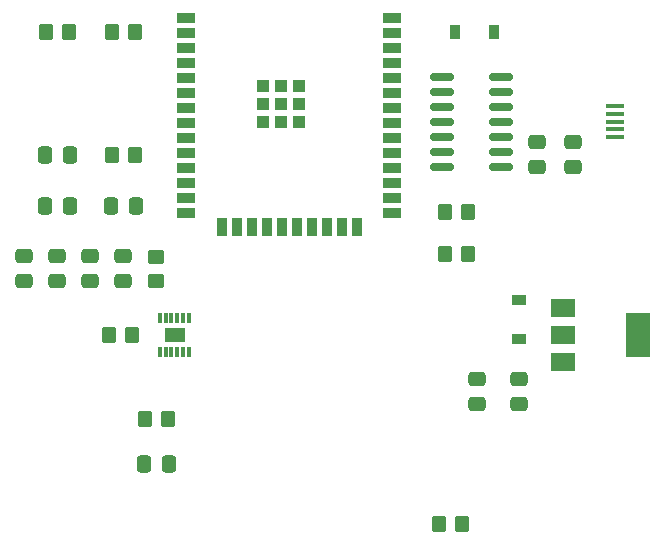
<source format=gtp>
G04 #@! TF.GenerationSoftware,KiCad,Pcbnew,(6.0.10-0)*
G04 #@! TF.CreationDate,2023-03-07T16:22:59-06:00*
G04 #@! TF.ProjectId,v0.0,76302e30-2e6b-4696-9361-645f70636258,rev?*
G04 #@! TF.SameCoordinates,Original*
G04 #@! TF.FileFunction,Paste,Top*
G04 #@! TF.FilePolarity,Positive*
%FSLAX46Y46*%
G04 Gerber Fmt 4.6, Leading zero omitted, Abs format (unit mm)*
G04 Created by KiCad (PCBNEW (6.0.10-0)) date 2023-03-07 16:22:59*
%MOMM*%
%LPD*%
G01*
G04 APERTURE LIST*
G04 Aperture macros list*
%AMRoundRect*
0 Rectangle with rounded corners*
0 $1 Rounding radius*
0 $2 $3 $4 $5 $6 $7 $8 $9 X,Y pos of 4 corners*
0 Add a 4 corners polygon primitive as box body*
4,1,4,$2,$3,$4,$5,$6,$7,$8,$9,$2,$3,0*
0 Add four circle primitives for the rounded corners*
1,1,$1+$1,$2,$3*
1,1,$1+$1,$4,$5*
1,1,$1+$1,$6,$7*
1,1,$1+$1,$8,$9*
0 Add four rect primitives between the rounded corners*
20,1,$1+$1,$2,$3,$4,$5,0*
20,1,$1+$1,$4,$5,$6,$7,0*
20,1,$1+$1,$6,$7,$8,$9,0*
20,1,$1+$1,$8,$9,$2,$3,0*%
G04 Aperture macros list end*
%ADD10C,0.010000*%
%ADD11RoundRect,0.250000X-0.350000X-0.450000X0.350000X-0.450000X0.350000X0.450000X-0.350000X0.450000X0*%
%ADD12RoundRect,0.250000X0.337500X0.475000X-0.337500X0.475000X-0.337500X-0.475000X0.337500X-0.475000X0*%
%ADD13RoundRect,0.250000X-0.475000X0.337500X-0.475000X-0.337500X0.475000X-0.337500X0.475000X0.337500X0*%
%ADD14RoundRect,0.150000X-0.825000X-0.150000X0.825000X-0.150000X0.825000X0.150000X-0.825000X0.150000X0*%
%ADD15RoundRect,0.250000X0.350000X0.450000X-0.350000X0.450000X-0.350000X-0.450000X0.350000X-0.450000X0*%
%ADD16R,0.900000X1.200000*%
%ADD17R,1.500000X0.900000*%
%ADD18R,0.900000X1.500000*%
%ADD19R,1.050000X1.050000*%
%ADD20R,1.200000X0.900000*%
%ADD21RoundRect,0.008100X0.126900X-0.411900X0.126900X0.411900X-0.126900X0.411900X-0.126900X-0.411900X0*%
%ADD22R,2.000000X1.500000*%
%ADD23R,2.000000X3.800000*%
%ADD24RoundRect,0.250000X0.450000X-0.350000X0.450000X0.350000X-0.450000X0.350000X-0.450000X-0.350000X0*%
%ADD25R,1.500000X0.450000*%
G04 APERTURE END LIST*
G36*
X136426000Y-86646000D02*
G01*
X134846000Y-86646000D01*
X134846000Y-85566000D01*
X136426000Y-85566000D01*
X136426000Y-86646000D01*
G37*
D10*
X136426000Y-86646000D02*
X134846000Y-86646000D01*
X134846000Y-85566000D01*
X136426000Y-85566000D01*
X136426000Y-86646000D01*
D11*
X160004000Y-102108000D03*
X158004000Y-102108000D03*
D12*
X135149500Y-97028000D03*
X133074500Y-97028000D03*
D11*
X130318000Y-70866000D03*
X132318000Y-70866000D03*
D13*
X164846000Y-89894500D03*
X164846000Y-91969500D03*
X166370000Y-69828500D03*
X166370000Y-71903500D03*
X128524000Y-79480500D03*
X128524000Y-81555500D03*
D14*
X158307000Y-64262000D03*
X158307000Y-65532000D03*
X158307000Y-66802000D03*
X158307000Y-68072000D03*
X158307000Y-69342000D03*
X158307000Y-70612000D03*
X158307000Y-71882000D03*
X163257000Y-71882000D03*
X163257000Y-70612000D03*
X163257000Y-69342000D03*
X163257000Y-68072000D03*
X163257000Y-66802000D03*
X163257000Y-65532000D03*
X163257000Y-64262000D03*
D13*
X122936000Y-79480500D03*
X122936000Y-81555500D03*
D15*
X132064000Y-86106000D03*
X130064000Y-86106000D03*
D13*
X169418000Y-69828500D03*
X169418000Y-71903500D03*
D16*
X159386000Y-60452000D03*
X162686000Y-60452000D03*
D15*
X160512000Y-75692000D03*
X158512000Y-75692000D03*
D12*
X132355500Y-75184000D03*
X130280500Y-75184000D03*
D13*
X161290000Y-89894500D03*
X161290000Y-91969500D03*
D12*
X126767500Y-75184000D03*
X124692500Y-75184000D03*
D15*
X135112000Y-93218000D03*
X133112000Y-93218000D03*
D11*
X130318000Y-60452000D03*
X132318000Y-60452000D03*
D17*
X136600000Y-59265000D03*
X136600000Y-60535000D03*
X136600000Y-61805000D03*
X136600000Y-63075000D03*
X136600000Y-64345000D03*
X136600000Y-65615000D03*
X136600000Y-66885000D03*
X136600000Y-68155000D03*
X136600000Y-69425000D03*
X136600000Y-70695000D03*
X136600000Y-71965000D03*
X136600000Y-73235000D03*
X136600000Y-74505000D03*
X136600000Y-75775000D03*
D18*
X139640000Y-77025000D03*
X140910000Y-77025000D03*
X142180000Y-77025000D03*
X143450000Y-77025000D03*
X144720000Y-77025000D03*
X145990000Y-77025000D03*
X147260000Y-77025000D03*
X148530000Y-77025000D03*
X149800000Y-77025000D03*
X151070000Y-77025000D03*
D17*
X154100000Y-75775000D03*
X154100000Y-74505000D03*
X154100000Y-73235000D03*
X154100000Y-71965000D03*
X154100000Y-70695000D03*
X154100000Y-69425000D03*
X154100000Y-68155000D03*
X154100000Y-66885000D03*
X154100000Y-65615000D03*
X154100000Y-64345000D03*
X154100000Y-63075000D03*
X154100000Y-61805000D03*
X154100000Y-60535000D03*
X154100000Y-59265000D03*
D19*
X146195000Y-68130000D03*
X143145000Y-65080000D03*
X144670000Y-66605000D03*
X144670000Y-68130000D03*
X146195000Y-65080000D03*
X143145000Y-66605000D03*
X144670000Y-65080000D03*
X143145000Y-68130000D03*
X146195000Y-66605000D03*
D13*
X125730000Y-79480500D03*
X125730000Y-81555500D03*
D15*
X160512000Y-79248000D03*
X158512000Y-79248000D03*
D20*
X164846000Y-83186000D03*
X164846000Y-86486000D03*
D21*
X134386000Y-87551000D03*
X134886000Y-87551000D03*
X135386000Y-87551000D03*
X135886000Y-87551000D03*
X136386000Y-87551000D03*
X136886000Y-87551000D03*
X136886000Y-84661000D03*
X136386000Y-84661000D03*
X135886000Y-84661000D03*
X135386000Y-84661000D03*
X134886000Y-84661000D03*
X134386000Y-84661000D03*
D15*
X126730000Y-60452000D03*
X124730000Y-60452000D03*
D22*
X168554000Y-83806000D03*
X168554000Y-86106000D03*
X168554000Y-88406000D03*
D23*
X174854000Y-86106000D03*
D12*
X126767500Y-70866000D03*
X124692500Y-70866000D03*
D13*
X131318000Y-79480500D03*
X131318000Y-81555500D03*
D24*
X134112000Y-81518000D03*
X134112000Y-79518000D03*
D25*
X172911000Y-69372000D03*
X172911000Y-68722000D03*
X172911000Y-68072000D03*
X172911000Y-67422000D03*
X172911000Y-66772000D03*
M02*

</source>
